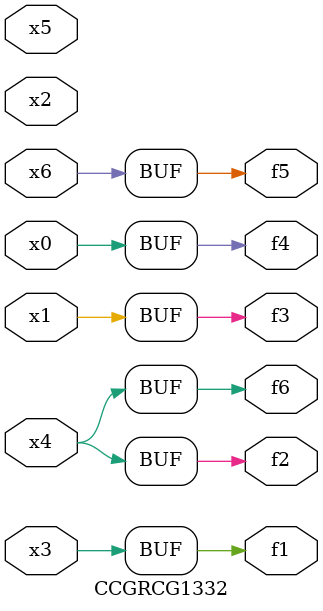
<source format=v>
module CCGRCG1332(
	input x0, x1, x2, x3, x4, x5, x6,
	output f1, f2, f3, f4, f5, f6
);
	assign f1 = x3;
	assign f2 = x4;
	assign f3 = x1;
	assign f4 = x0;
	assign f5 = x6;
	assign f6 = x4;
endmodule

</source>
